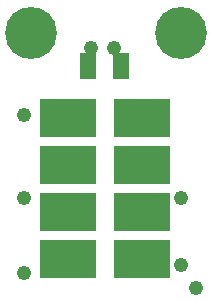
<source format=gbs>
%FSLAX25Y25*%
%MOIN*%
G70*
G01*
G75*
G04 Layer_Color=48896*
%ADD10R,0.05906X0.05906*%
%ADD11R,0.05906X0.05906*%
%ADD12C,0.02500*%
%ADD13C,0.16500*%
%ADD14C,0.04000*%
%ADD15R,0.17716X0.12205*%
%ADD16R,0.05000X0.08000*%
%ADD17C,0.01000*%
%ADD18R,0.04906X0.04906*%
%ADD19R,0.04906X0.04906*%
%ADD20R,0.16716X0.11205*%
%ADD21R,0.04000X0.07000*%
%ADD22R,0.06706X0.06706*%
%ADD23R,0.06706X0.06706*%
%ADD24C,0.17300*%
%ADD25C,0.04800*%
%ADD26R,0.18517X0.13005*%
%ADD27R,0.05800X0.08800*%
D24*
X512500Y592500D02*
D03*
X562500D02*
D03*
D25*
Y537500D02*
D03*
Y515000D02*
D03*
X510000Y537500D02*
D03*
Y565000D02*
D03*
Y512500D02*
D03*
X532500Y587500D02*
D03*
X540000D02*
D03*
X567500Y507500D02*
D03*
D26*
X524915Y516900D02*
D03*
Y532648D02*
D03*
Y548396D02*
D03*
X549521Y516900D02*
D03*
Y532648D02*
D03*
Y548396D02*
D03*
X524915Y564144D02*
D03*
X549521D02*
D03*
D27*
X531500Y581500D02*
D03*
X542500D02*
D03*
M02*

</source>
